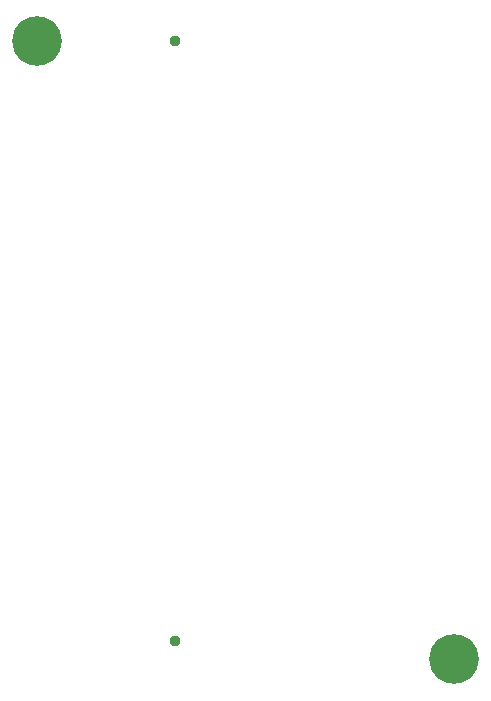
<source format=gbr>
G04 EAGLE Gerber RS-274X export*
G75*
%MOMM*%
%FSLAX34Y34*%
%LPD*%
%INSoldermask Bottom*%
%IPPOS*%
%AMOC8*
5,1,8,0,0,1.08239X$1,22.5*%
G01*
G04 Define Apertures*
%ADD10C,4.203700*%
%ADD11C,0.959600*%
D10*
X35052Y596648D03*
X388805Y73134D03*
D11*
X152400Y596900D03*
X152400Y88900D03*
M02*

</source>
